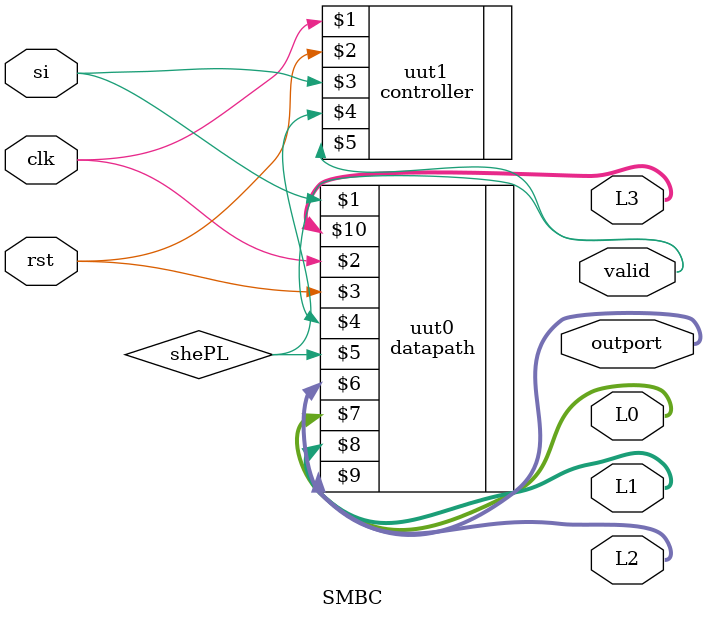
<source format=v>
`timescale 1ns/1ns
module SMBC(input clk,rst,si,output reg[5:0]outport,output reg[3:0]L0,L1,L2,L3,output reg valid);
  
datapath uut0(si,clk,rst,valid,shePL,outport,L0,L1,L2,L3);
controller uut1(clk,rst,si,shePL,valid);

endmodule

</source>
